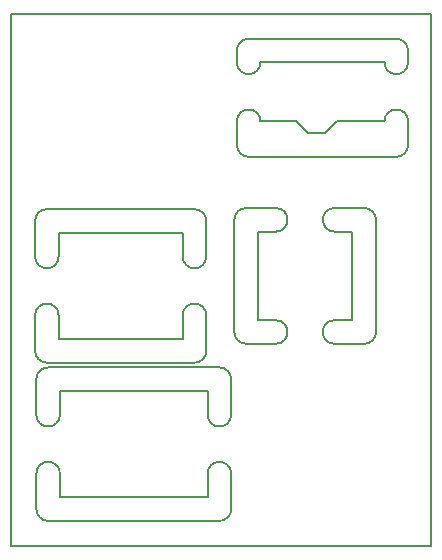
<source format=gbr>
G04 #@! TF.GenerationSoftware,KiCad,Pcbnew,(5.1.0)-1*
G04 #@! TF.CreationDate,2019-05-03T21:31:27-07:00*
G04 #@! TF.ProjectId,Miniscope-v4-PCB-fab-assembly_2,4d696e69-7363-46f7-9065-2d76342d5043,rev?*
G04 #@! TF.SameCoordinates,PX4b8e5e4PY51f011c*
G04 #@! TF.FileFunction,Profile,NP*
%FSLAX46Y46*%
G04 Gerber Fmt 4.6, Leading zero omitted, Abs format (unit mm)*
G04 Created by KiCad (PCBNEW (5.1.0)-1) date 2019-05-03 21:31:27*
%MOMM*%
%LPD*%
G04 APERTURE LIST*
%ADD10C,0.150000*%
%ADD11C,0.152400*%
G04 APERTURE END LIST*
D10*
X19086420Y-3065740D02*
X19086420Y-4065740D01*
X32586420Y-2065740D02*
X20086420Y-2065740D01*
X33586420Y-3065740D02*
X33586420Y-4065740D01*
X33586420Y-11065740D02*
X33586420Y-9065740D01*
X20086420Y-12065740D02*
X32586420Y-12065740D01*
X19086420Y-9065740D02*
X19086420Y-11065740D01*
X20086420Y-12065740D02*
G75*
G02X19086420Y-11065740I0J1000000D01*
G01*
X33586420Y-11065740D02*
G75*
G02X32586420Y-12065740I-1000000J0D01*
G01*
X32586420Y-2065740D02*
G75*
G02X33586420Y-3065740I0J-1000000D01*
G01*
X19086420Y-3065740D02*
G75*
G02X20086420Y-2065740I1000000J0D01*
G01*
X31586420Y-9065740D02*
G75*
G02X33586420Y-9065740I1000000J0D01*
G01*
X33586420Y-4065740D02*
G75*
G02X31586420Y-4065740I-1000000J0D01*
G01*
X19086420Y-9065740D02*
G75*
G02X21086420Y-9065740I1000000J0D01*
G01*
X21086420Y-4065740D02*
G75*
G02X19086420Y-4065740I-1000000J0D01*
G01*
X19871380Y-16400660D02*
X22371380Y-16400660D01*
X18871380Y-26900660D02*
X18871380Y-17400660D01*
X22371380Y-25900660D02*
X20871380Y-25900660D01*
X22371380Y-27900660D02*
X19871380Y-27900660D01*
X29871380Y-27900660D02*
X27371380Y-27900660D01*
X30871380Y-17400660D02*
X30871380Y-26900660D01*
X27371380Y-16400660D02*
X29871380Y-16400660D01*
X27371380Y-18400660D02*
X28871380Y-18400660D01*
X18871380Y-17400660D02*
G75*
G02X19871380Y-16400660I1000000J0D01*
G01*
X19871380Y-27900660D02*
G75*
G02X18871380Y-26900660I0J1000000D01*
G01*
X30871380Y-26900660D02*
G75*
G02X29871380Y-27900660I-1000000J0D01*
G01*
X29871380Y-16400660D02*
G75*
G02X30871380Y-17400660I0J-1000000D01*
G01*
X27371380Y-18400660D02*
G75*
G02X27371380Y-16400660I0J1000000D01*
G01*
X22371380Y-16400660D02*
G75*
G02X22371380Y-18400660I0J-1000000D01*
G01*
X27371380Y-27900660D02*
G75*
G02X27371380Y-25900660I0J1000000D01*
G01*
X22371380Y-25900660D02*
G75*
G02X22371380Y-27900660I0J-1000000D01*
G01*
X18607420Y-30896540D02*
X18607420Y-33896540D01*
X3107420Y-29896540D02*
X17607420Y-29896540D01*
X2107420Y-33896540D02*
X2107420Y-30896540D01*
X2107420Y-41896540D02*
X2107420Y-38896540D01*
X17607420Y-42896540D02*
X3107420Y-42896540D01*
X18607420Y-38896540D02*
X18607420Y-41896540D01*
X17607420Y-29896540D02*
G75*
G02X18607420Y-30896540I0J-1000000D01*
G01*
X2107420Y-30896540D02*
G75*
G02X3107420Y-29896540I1000000J0D01*
G01*
X3107420Y-42896540D02*
G75*
G02X2107420Y-41896540I0J1000000D01*
G01*
X18607420Y-41896540D02*
G75*
G02X17607420Y-42896540I-1000000J0D01*
G01*
X16607420Y-38896540D02*
X16607420Y-40896540D01*
X4107420Y-31896540D02*
X4107420Y-33896540D01*
X16607420Y-38896540D02*
G75*
G02X18607420Y-38896540I1000000J0D01*
G01*
X18607420Y-33896540D02*
G75*
G02X16607420Y-33896540I-1000000J0D01*
G01*
X2107420Y-38896540D02*
G75*
G02X4107420Y-38896540I1000000J0D01*
G01*
X4107420Y-33896540D02*
G75*
G02X2107420Y-33896540I-1000000J0D01*
G01*
X4000000Y-20500000D02*
X4000000Y-18500000D01*
X14500000Y-18500000D02*
X14500000Y-20500000D01*
X16500000Y-25500000D02*
X16500000Y-28500000D01*
X14500000Y-25500000D02*
G75*
G02X16500000Y-25500000I1000000J0D01*
G01*
X16500000Y-20500000D02*
G75*
G02X14500000Y-20500000I-1000000J0D01*
G01*
X2000000Y-25500000D02*
G75*
G02X4000000Y-25500000I1000000J0D01*
G01*
X4000000Y-20500000D02*
G75*
G02X2000000Y-20500000I-1000000J0D01*
G01*
X3000000Y-29500000D02*
G75*
G02X2000000Y-28500000I0J1000000D01*
G01*
X16500000Y-28500000D02*
G75*
G02X15500000Y-29500000I-1000000J0D01*
G01*
X15500000Y-16500000D02*
G75*
G02X16500000Y-17500000I0J-1000000D01*
G01*
X16500000Y-20500000D02*
X16500000Y-17500000D01*
X3000000Y-29500000D02*
X15500000Y-29500000D01*
X2000000Y-25500000D02*
X2000000Y-28500000D01*
X2000000Y-17500000D02*
G75*
G02X3000000Y-16500000I1000000J0D01*
G01*
D11*
X4107420Y-38896540D02*
X4107420Y-40896540D01*
X16607420Y-33896540D02*
X16607420Y-31896540D01*
D10*
X4000000Y-27500000D02*
X14500000Y-27500000D01*
D11*
X16607420Y-31896540D02*
X4107420Y-31896540D01*
D10*
X0Y0D02*
X0Y-14500000D01*
X35500000Y0D02*
X0Y0D01*
X35500000Y-45000000D02*
X35500000Y0D01*
X33500000Y-45000000D02*
X35500000Y-45000000D01*
X0Y-45000000D02*
X33500000Y-45000000D01*
X0Y-14500000D02*
X0Y-45000000D01*
X2000000Y-17500000D02*
X2000000Y-20500000D01*
X15500000Y-16500000D02*
X3000000Y-16500000D01*
X14500000Y-18500000D02*
X4000000Y-18500000D01*
X14500000Y-27500000D02*
X14500000Y-25500000D01*
X4000000Y-25500000D02*
X4000000Y-27500000D01*
X29586420Y-9065740D02*
X31586420Y-9065740D01*
X27586420Y-9065740D02*
X29586420Y-9065740D01*
X26586420Y-10065740D02*
X27586420Y-9065740D01*
X24086420Y-9065740D02*
X25086420Y-10065740D01*
X24086420Y-4065740D02*
X21086420Y-4065740D01*
X31586420Y-4065740D02*
X24086420Y-4065740D01*
X25086420Y-10065740D02*
X26586420Y-10065740D01*
X21086420Y-9065740D02*
X24086420Y-9065740D01*
X20871380Y-18400660D02*
X22371380Y-18400660D01*
X20871380Y-25900660D02*
X20871380Y-18400660D01*
X28871380Y-25900660D02*
X27371380Y-25900660D01*
X28871380Y-18400660D02*
X28871380Y-25900660D01*
D11*
X4107420Y-40896540D02*
X16607420Y-40896540D01*
M02*

</source>
